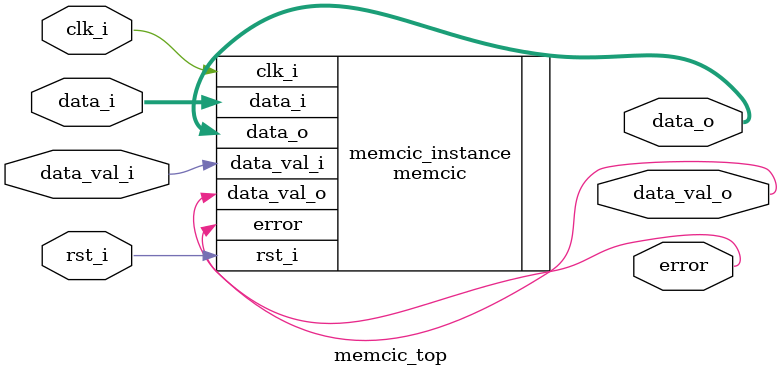
<source format=sv>

`timescale 1 ns / 1 ns
// synopsys translate_on

module memcic_top
#(
  parameter WIDTH_I     = 24,   // Input data Width
  parameter WIDTH_O     = 25,   // Input data Width
  parameter STAGES      = 10,   // CIC filter stages
  parameter DECIMATION  = 4     // Decimation factor
)
(
  input                           clk_i,
  input                           rst_i, 
  
  input signed [WIDTH_I-1:0]      data_i,
  input                           data_val_i,
  
  output                          data_val_o,
  output     signed [WIDTH_O-1:0] data_o,
  
  output                          error
);

memcic #(
  .STAGES       (STAGES),
  .DECIMATION   (DECIMATION),
  .WIDTH_I      (WIDTH_I),
  .WIDTH_O      (WIDTH_O)
) memcic_instance (
  .clk_i        (clk_i),
  .rst_i        (rst_i),
  .data_i       (data_i),
  .data_val_i   (data_val_i),
  .data_val_o   (data_val_o),
  .data_o       (data_o),
  .error        (error)
);



endmodule // memcic_top

</source>
